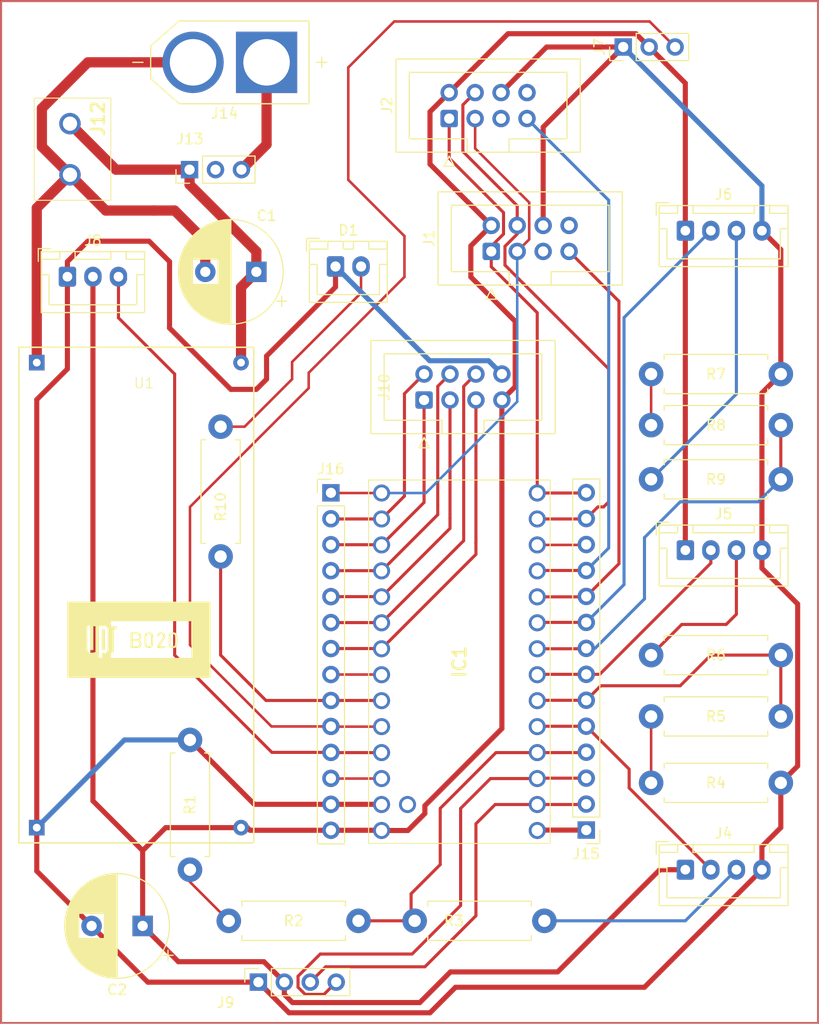
<source format=kicad_pcb>
(kicad_pcb (version 20240108) (generator "pcbnew") (generator_version "8.0")
  (layers (0 "F.Cu" signal) (31 "B.Cu" signal) (34 "B.Paste" user) (35 "F.Paste" user) (36 "B.SilkS" user "B.Silkscreen") (37 "F.SilkS" user "F.Silkscreen") (38 "B.Mask" user) (39 "F.Mask" user) (44 "Edge.Cuts" user))
  (net 0 "")
  (net 1 "-BAT")
  (net 2 "+BAT")
  (net 3 "+5V")
  (net 4 "GND")
  (net 5 "Net-(D1-A)")
  (net 6 "SPI_MOSI")
  (net 7 "SPI_MISO")
  (net 8 "TX")
  (net 9 "SIG_SERVO")
  (net 10 "LEFT")
  (net 11 "SPI_SCK")
  (net 12 "TRIG3")
  (net 13 "RX")
  (net 14 "RIGHT")
  (net 15 "ECHO3")
  (net 16 "TRIG1")
  (net 17 "SPI_SS1")
  (net 18 "SIG_ESC")
  (net 19 "ECHO2")
  (net 20 "SDA")
  (net 21 "LED")
  (net 22 "SCL")
  (net 23 "SPI_SS2")
  (net 24 "TRIG2")
  (net 25 "ECHO1")
  (net 26 "DECREMENT")
  (net 27 "INCREMENT")
  (net 33 "Net-(R1-Pad1)")
  (net 34 "Net-(R4-Pad1)")
  (net 35 "Net-(R7-Pad1)")
  (net 37 "Net-(IC1-20)")
  (net 38 "Net-(IC1-3.3V(250_MA_MAX))")
  (net 39 "Net-(IC1-10)")
  (footprint "Connector_IDC:IDC-Header_2x04_P2.54mm_Vertical" (layer "F.Cu") (at 61.42 59.04 90)
    (property "Reference" "J10" (at 1.27 -3.91 -90) (layer "F.SilkS"))
    (property "Value" "LcdModule")
    (pad "1" thru_hole roundrect (at 0 0 90) (size 1.7 1.7) (drill 1) (layers "*.Cu" "*.Mask") (roundrect_rratio 0.147059) (net 10 "LEFT"))
    (pad "2" thru_hole circle (at 2.54 0 90) (size 1.7 1.7) (drill 1) (layers "*.Cu" "*.Mask") (net 14 "RIGHT"))
    (pad "3" thru_hole circle (at 0 2.54 90) (size 1.7 1.7) (drill 1) (layers "*.Cu" "*.Mask") (net 27 "INCREMENT"))
    (pad "4" thru_hole circle (at 2.54 2.54 90) (size 1.7 1.7) (drill 1) (layers "*.Cu" "*.Mask") (net 26 "DECREMENT"))
    (pad "5" thru_hole circle (at 0 5.08 90) (size 1.7 1.7) (drill 1) (layers "*.Cu" "*.Mask") (net 22 "SCL"))
    (pad "6" thru_hole circle (at 2.54 5.08 90) (size 1.7 1.7) (drill 1) (layers "*.Cu" "*.Mask") (net 20 "SDA"))
    (pad "7" thru_hole circle (at 0 7.62 90) (size 1.7 1.7) (drill 1) (layers "*.Cu" "*.Mask") (net 3 "+5V"))
    (pad "8" thru_hole circle (at 2.54 7.62 90) (size 1.7 1.7) (drill 1) (layers "*.Cu" "*.Mask") (net 4 "GND"))
  )
  (footprint "Resistor_THT:R_Axial_DIN0411_L9.9mm_D3.6mm_P12.70mm_Horizontal" (layer "F.Cu") (at 96.35 84 180)
    (property "Reference" "R6" (at 6.35 0 180) (layer "F.SilkS"))
    (property "Value" "1K")
    (pad "1" thru_hole circle (at 0 0 180) (size 2.4 2.4) (drill 1.2) (layers "*.Cu" "*.Mask") (net 19 "ECHO2"))
    (pad "2" thru_hole oval (at 12.7 0 180) (size 2.4 2.4) (drill 1.2) (layers "*.Cu" "*.Mask") (net 19 "ECHO2"))
  )
  (footprint "Connector_PinHeader_2.54mm:PinHeader_1x14_P2.54mm_Vertical" (layer "F.Cu") (at 77.3 101.12 180)
    (property "Reference" "J15" (at 0 -2.33 180) (layer "F.SilkS"))
    (property "Value" "Exposed Pins")
    (pad "1" thru_hole rect (at 0 0 180) (size 1.7 1.7) (drill 1) (layers "*.Cu" "*.Mask") (net 4 "GND"))
    (pad "2" thru_hole oval (at 0 2.54 180) (size 1.7 1.7) (drill 1) (layers "*.Cu" "*.Mask") (net 13 "RX"))
    (pad "3" thru_hole oval (at 0 5.08 180) (size 1.7 1.7) (drill 1) (layers "*.Cu" "*.Mask") (net 8 "TX"))
    (pad "4" thru_hole oval (at 0 7.62 180) (size 1.7 1.7) (drill 1) (layers "*.Cu" "*.Mask") (net 25 "ECHO1"))
    (pad "5" thru_hole oval (at 0 10.16 180) (size 1.7 1.7) (drill 1) (layers "*.Cu" "*.Mask") (net 16 "TRIG1"))
    (pad "6" thru_hole oval (at 0 12.7 180) (size 1.7 1.7) (drill 1) (layers "*.Cu" "*.Mask") (net 19 "ECHO2"))
    (pad "7" thru_hole oval (at 0 15.24 180) (size 1.7 1.7) (drill 1) (layers "*.Cu" "*.Mask") (net 24 "TRIG2"))
    (pad "8" thru_hole oval (at 0 17.78 180) (size 1.7 1.7) (drill 1) (layers "*.Cu" "*.Mask") (net 15 "ECHO3"))
    (pad "9" thru_hole oval (at 0 20.32 180) (size 1.7 1.7) (drill 1) (layers "*.Cu" "*.Mask") (net 12 "TRIG3"))
    (pad "10" thru_hole oval (at 0 22.86 180) (size 1.7 1.7) (drill 1) (layers "*.Cu" "*.Mask") (net 17 "SPI_SS1"))
    (pad "11" thru_hole oval (at 0 25.4 180) (size 1.7 1.7) (drill 1) (layers "*.Cu" "*.Mask") (net 23 "SPI_SS2"))
    (pad "12" thru_hole oval (at 0 27.94 180) (size 1.7 1.7) (drill 1) (layers "*.Cu" "*.Mask") (net 39 "Net-(IC1-10)"))
    (pad "13" thru_hole oval (at 0 30.48 180) (size 1.7 1.7) (drill 1) (layers "*.Cu" "*.Mask") (net 6 "SPI_MOSI"))
    (pad "14" thru_hole oval (at 0 33.02 180) (size 1.7 1.7) (drill 1) (layers "*.Cu" "*.Mask") (net 7 "SPI_MISO"))
  )
  (footprint "UPT_Logo:upt" (layer "F.Cu") (at 33.5 82.5)
    (property "Reference" "G***" (hide yes))
    (property "Value" "LOGO" (hide yes))
  )
  (footprint "Connector_PinHeader_2.54mm:PinHeader_1x14_P2.54mm_Vertical" (layer "F.Cu") (at 52.3 68.12)
    (property "Reference" "J16" (at 0 -2.33 0) (layer "F.SilkS"))
    (property "Value" "Exposed Pins")
    (pad "1" thru_hole rect (at 0 0) (size 1.7 1.7) (drill 1) (layers "*.Cu" "*.Mask") (net 11 "SPI_SCK"))
    (pad "2" thru_hole oval (at 0 2.54) (size 1.7 1.7) (drill 1) (layers "*.Cu" "*.Mask") (net 14 "RIGHT"))
    (pad "3" thru_hole oval (at 0 5.08) (size 1.7 1.7) (drill 1) (layers "*.Cu" "*.Mask") (net 10 "LEFT"))
    (pad "4" thru_hole oval (at 0 7.62) (size 1.7 1.7) (drill 1) (layers "*.Cu" "*.Mask") (net 26 "DECREMENT"))
    (pad "5" thru_hole oval (at 0 10.16) (size 1.7 1.7) (drill 1) (layers "*.Cu" "*.Mask") (net 27 "INCREMENT"))
    (pad "6" thru_hole oval (at 0 12.7) (size 1.7 1.7) (drill 1) (layers "*.Cu" "*.Mask") (net 20 "SDA"))
    (pad "7" thru_hole oval (at 0 15.24) (size 1.7 1.7) (drill 1) (layers "*.Cu" "*.Mask") (net 22 "SCL"))
    (pad "8" thru_hole oval (at 0 17.78) (size 1.7 1.7) (drill 1) (layers "*.Cu" "*.Mask") (net 37 "Net-(IC1-20)"))
    (pad "9" thru_hole oval (at 0 20.32) (size 1.7 1.7) (drill 1) (layers "*.Cu" "*.Mask") (net 21 "LED"))
    (pad "10" thru_hole oval (at 0 22.86) (size 1.7 1.7) (drill 1) (layers "*.Cu" "*.Mask") (net 9 "SIG_SERVO"))
    (pad "11" thru_hole oval (at 0 25.4) (size 1.7 1.7) (drill 1) (layers "*.Cu" "*.Mask") (net 18 "SIG_ESC"))
    (pad "12" thru_hole oval (at 0 27.94) (size 1.7 1.7) (drill 1) (layers "*.Cu" "*.Mask") (net 38 "Net-(IC1-3.3V(250_MA_MAX))"))
    (pad "13" thru_hole oval (at 0 30.48) (size 1.7 1.7) (drill 1) (layers "*.Cu" "*.Mask") (net 4 "GND"))
    (pad "14" thru_hole oval (at 0 33.02) (size 1.7 1.7) (drill 1) (layers "*.Cu" "*.Mask") (net 3 "+5V"))
  )
  (footprint "Resistor_THT:R_Axial_DIN0411_L9.9mm_D3.6mm_P12.70mm_Horizontal" (layer "F.Cu") (at 83.65 66.8)
    (property "Reference" "R9" (at 6.35 0 0) (layer "F.SilkS"))
    (property "Value" "1k")
    (pad "1" thru_hole circle (at 0 0) (size 2.4 2.4) (drill 1.2) (layers "*.Cu" "*.Mask") (net 15 "ECHO3"))
    (pad "2" thru_hole oval (at 12.7 0) (size 2.4 2.4) (drill 1.2) (layers "*.Cu" "*.Mask") (net 15 "ECHO3"))
  )
  (footprint "XT60-M:AMASS_XT60-M" (layer "F.Cu") (at 42.4 26 180)
    (property "Reference" "J14" (at 0.5 -5 180) (layer "F.SilkS"))
    (property "Value" "XT60-M")
    (pad "N" thru_hole circle (at 3.6 0 180) (size 6 6) (drill 4.55) (layers "*.Cu" "*.Mask") (net 1 "-BAT"))
    (pad "P" thru_hole rect (at -3.6 0 180) (size 6 6) (drill 4.55) (layers "*.Cu" "*.Mask") (net 2 "+BAT"))
  )
  (footprint "MountingHole:MountingHole_3.2mm_M3" (layer "F.Cu") (at 96.5 23.5)
    (property "Reference" "H2" (hide yes))
    (property "Value" "MountingHole")
    (pad "" np_thru_hole circle (at 0 0) (size 3.2 3.2) (drill 3.2) (layers "*.Cu" "*.Mask"))
  )
  (footprint "Connector_IDC:IDC-Header_2x04_P2.54mm_Vertical" (layer "F.Cu") (at 63.88 31.5 90)
    (property "Reference" "J2" (at 1.27 -6.1 -90) (layer "F.SilkS"))
    (property "Value" "Pixy Cam2")
    (pad "1" thru_hole roundrect (at 0 0 90) (size 1.7 1.7) (drill 1) (layers "*.Cu" "*.Mask") (roundrect_rratio 0.147059) (net 7 "SPI_MISO"))
    (pad "2" thru_hole circle (at 2.54 0 90) (size 1.7 1.7) (drill 1) (layers "*.Cu" "*.Mask") (net 3 "+5V"))
    (pad "3" thru_hole circle (at 0 2.54 90) (size 1.7 1.7) (drill 1) (layers "*.Cu" "*.Mask") (net 11 "SPI_SCK"))
    (pad "4" thru_hole circle (at 2.54 2.54 90) (size 1.7 1.7) (drill 1) (layers "*.Cu" "*.Mask") (net 6 "SPI_MOSI"))
    (pad "5" thru_hole circle (at 0 5.08 90) (size 1.7 1.7) (drill 1) (layers "*.Cu" "*.Mask"))
    (pad "6" thru_hole circle (at 2.54 5.08 90) (size 1.7 1.7) (drill 1) (layers "*.Cu" "*.Mask") (net 4 "GND"))
    (pad "7" thru_hole circle (at 0 7.62 90) (size 1.7 1.7) (drill 1) (layers "*.Cu" "*.Mask") (net 23 "SPI_SS2"))
    (pad "8" thru_hole circle (at 2.54 7.62 90) (size 1.7 1.7) (drill 1) (layers "*.Cu" "*.Mask"))
  )
  (footprint "LIB_KF301-2P:KF3012P" (layer "F.Cu") (at 26.75 32 -90)
    (property "Reference" "J12" (at -0.5 -2.75 90) (layer "F.SilkS") (effects (font (size 1.27 1.27) (thickness 0.254))))
    (property "Value" "Screw Conn1" (hide yes))
    (pad "1" thru_hole circle (at 0 0 270) (size 2.1 2.1) (drill 1.4) (layers "*.Cu" "*.Mask") (net 2 "+BAT"))
    (pad "2" thru_hole circle (at 5 0 270) (size 2.1 2.1) (drill 1.4) (layers "*.Cu" "*.Mask") (net 1 "-BAT"))
  )
  (footprint "Connector_JST:JST_XH_B4B-XH-A_1x04_P2.50mm_Vertical" (layer "F.Cu") (at 87 42.475)
    (property "Reference" "J6" (at 3.75 -3.55 0) (layer "F.SilkS"))
    (property "Value" "HC-SR04")
    (pad "1" thru_hole roundrect (at 0 0) (size 1.7 1.95) (drill 0.95) (layers "*.Cu" "*.Mask") (roundrect_rratio 0.147059) (net 3 "+5V"))
    (pad "2" thru_hole oval (at 2.5 0) (size 1.7 1.95) (drill 0.95) (layers "*.Cu" "*.Mask") (net 12 "TRIG3"))
    (pad "3" thru_hole oval (at 5 0) (size 1.7 1.95) (drill 0.95) (layers "*.Cu" "*.Mask") (net 15 "ECHO3"))
    (pad "4" thru_hole oval (at 7.5 0) (size 1.7 1.95) (drill 0.95) (layers "*.Cu" "*.Mask") (net 4 "GND"))
  )
  (footprint "Capacitor_THT:CP_Radial_D10.0mm_P5.00mm" (layer "F.Cu") (at 45 46.5 180)
    (property "Reference" "C1" (at -1 5.5 180) (layer "F.SilkS"))
    (property "Value" "~")
    (pad "1" thru_hole rect (at 0 0 180) (size 2 2) (drill 1) (layers "*.Cu" "*.Mask") (net 2 "+BAT"))
    (pad "2" thru_hole circle (at 5 0 180) (size 2 2) (drill 1) (layers "*.Cu" "*.Mask") (net 1 "-BAT"))
  )
  (footprint "LIB_TEENSY_4.0:TEENSY40_1" (layer "F.Cu") (at 72.5 101.16 90)
    (property "Reference" "IC1" (at 16.51 -7.62 -90) (layer "F.SilkS") (effects (font (size 1.27 1.27) (thickness 0.254))))
    (property "Value" "TEENSY_4.0" (hide yes))
    (pad "1" thru_hole circle (at 0 0 90) (size 1.665 1.665) (drill 1.11) (layers "*.Cu" "*.Mask") (net 4 "GND"))
    (pad "2" thru_hole circle (at 2.54 0 90) (size 1.665 1.665) (drill 1.11) (layers "*.Cu" "*.Mask") (net 13 "RX"))
    (pad "3" thru_hole circle (at 5.08 0 90) (size 1.665 1.665) (drill 1.11) (layers "*.Cu" "*.Mask") (net 8 "TX"))
    (pad "4" thru_hole circle (at 7.62 0 90) (size 1.665 1.665) (drill 1.11) (layers "*.Cu" "*.Mask") (net 25 "ECHO1"))
    (pad "5" thru_hole circle (at 10.16 0 90) (size 1.665 1.665) (drill 1.11) (layers "*.Cu" "*.Mask") (net 16 "TRIG1"))
    (pad "6" thru_hole circle (at 12.7 0 90) (size 1.665 1.665) (drill 1.11) (layers "*.Cu" "*.Mask") (net 19 "ECHO2"))
    (pad "7" thru_hole circle (at 15.24 0 90) (size 1.665 1.665) (drill 1.11) (layers "*.Cu" "*.Mask") (net 24 "TRIG2"))
    (pad "8" thru_hole circle (at 17.78 0 90) (size 1.665 1.665) (drill 1.11) (layers "*.Cu" "*.Mask") (net 15 "ECHO3"))
    (pad "9" thru_hole circle (at 20.32 0 90) (size 1.665 1.665) (drill 1.11) (layers "*.Cu" "*.Mask") (net 12 "TRIG3"))
    (pad "10" thru_hole circle (at 22.86 0 90) (size 1.665 1.665) (drill 1.11) (layers "*.Cu" "*.Mask") (net 17 "SPI_SS1"))
    (pad "11" thru_hole circle (at 25.4 0 90) (size 1.665 1.665) (drill 1.11) (layers "*.Cu" "*.Mask") (net 23 "SPI_SS2"))
    (pad "12" thru_hole circle (at 27.94 0 90) (size 1.665 1.665) (drill 1.11) (layers "*.Cu" "*.Mask") (net 39 "Net-(IC1-10)"))
    (pad "13" thru_hole circle (at 30.48 0 90) (size 1.665 1.665) (drill 1.11) (layers "*.Cu" "*.Mask") (net 6 "SPI_MOSI"))
    (pad "14" thru_hole circle (at 33.02 0 90) (size 1.665 1.665) (drill 1.11) (layers "*.Cu" "*.Mask") (net 7 "SPI_MISO"))
    (pad "20" thru_hole circle (at 33.02 -15.24 90) (size 1.665 1.665) (drill 1.11) (layers "*.Cu" "*.Mask") (net 11 "SPI_SCK"))
    (pad "21" thru_hole circle (at 30.48 -15.24 90) (size 1.665 1.665) (drill 1.11) (layers "*.Cu" "*.Mask") (net 14 "RIGHT"))
    (pad "22" thru_hole circle (at 27.94 -15.24 90) (size 1.665 1.665) (drill 1.11) (layers "*.Cu" "*.Mask") (net 10 "LEFT"))
    (pad "23" thru_hole circle (at 25.4 -15.24 90) (size 1.665 1.665) (drill 1.11) (layers "*.Cu" "*.Mask") (net 26 "DECREMENT"))
    (pad "24" thru_hole circle (at 22.86 -15.24 90) (size 1.665 1.665) (drill 1.11) (layers "*.Cu" "*.Mask") (net 27 "INCREMENT"))
    (pad "25" thru_hole circle (at 20.32 -15.24 90) (size 1.665 1.665) (drill 1.11) (layers "*.Cu" "*.Mask") (net 20 "SDA"))
    (pad "26" thru_hole circle (at 17.78 -15.24 90) (size 1.665 1.665) (drill 1.11) (layers "*.Cu" "*.Mask") (net 22 "SCL"))
    (pad "27" thru_hole circle (at 15.24 -15.24 90) (size 1.665 1.665) (drill 1.11) (layers "*.Cu" "*.Mask") (net 37 "Net-(IC1-20)"))
    (pad "28" thru_hole circle (at 12.7 -15.24 90) (size 1.665 1.665) (drill 1.11) (layers "*.Cu" "*.Mask") (net 21 "LED"))
    (pad "29" thru_hole circle (at 10.16 -15.24 90) (size 1.665 1.665) (drill 1.11) (layers "*.Cu" "*.Mask") (net 9 "SIG_SERVO"))
    (pad "30" thru_hole circle (at 7.62 -15.24 90) (size 1.665 1.665) (drill 1.11) (layers "*.Cu" "*.Mask") (net 18 "SIG_ESC"))
    (pad "31" thru_hole circle (at 5.08 -15.24 90) (size 1.665 1.665) (drill 1.11) (layers "*.Cu" "*.Mask") (net 38 "Net-(IC1-3.3V(250_MA_MAX))"))
    (pad "32" thru_hole circle (at 2.54 -15.24 90) (size 1.665 1.665) (drill 1.11) (layers "*.Cu" "*.Mask") (net 4 "GND"))
    (pad "33" thru_hole circle (at 0 -15.24 90) (size 1.665 1.665) (drill 1.11) (layers "*.Cu" "*.Mask") (net 3 "+5V"))
    (pad "34" thru_hole circle (at 2.54 -12.7 90) (size 1.665 1.665) (drill 1.11) (layers "*.Cu" "*.Mask"))
  )
  (footprint "MountingHole:MountingHole_3.2mm_M3" (layer "F.Cu") (at 96.5 116.5)
    (property "Reference" "H4" (hide yes))
    (property "Value" "MountingHole")
    (pad "" np_thru_hole circle (at 0 0) (size 3.2 3.2) (drill 3.2) (layers "*.Cu" "*.Mask"))
  )
  (footprint "MountingHole:MountingHole_3.2mm_M3" (layer "F.Cu") (at 23.5 23.5)
    (property "Reference" "H1" (hide yes))
    (property "Value" "MountingHole")
    (pad "" np_thru_hole circle (at 0 0) (size 3.2 3.2) (drill 3.2) (layers "*.Cu" "*.Mask"))
  )
  (footprint "Connector_PinHeader_2.54mm:PinHeader_1x03_P2.54mm_Vertical" (layer "F.Cu") (at 38.46 36.5 90)
    (property "Reference" "J13" (at 3 0.04 0) (layer "F.SilkS"))
    (property "Value" "On/Off Switch")
    (pad "1" thru_hole rect (at 0 0 90) (size 1.7 1.7) (drill 1) (layers "*.Cu" "*.Mask") (net 2 "+BAT"))
    (pad "2" thru_hole oval (at 0 2.54 90) (size 1.7 1.7) (drill 1) (layers "*.Cu" "*.Mask"))
    (pad "3" thru_hole oval (at 0 5.08 90) (size 1.7 1.7) (drill 1) (layers "*.Cu" "*.Mask") (net 2 "+BAT"))
  )
  (footprint "Resistor_THT:R_Axial_DIN0411_L9.9mm_D3.6mm_P12.70mm_Horizontal" (layer "F.Cu") (at 96.35 61.5 180)
    (property "Reference" "R8" (at 6.35 0 180) (layer "F.SilkS"))
    (property "Value" "1k")
    (pad "1" thru_hole circle (at 0 0 180) (size 2.4 2.4) (drill 1.2) (layers "*.Cu" "*.Mask") (net 15 "ECHO3"))
    (pad "2" thru_hole oval (at 12.7 0 180) (size 2.4 2.4) (drill 1.2) (layers "*.Cu" "*.Mask") (net 35 "Net-(R7-Pad1)"))
  )
  (footprint "Resistor_THT:R_Axial_DIN0411_L9.9mm_D3.6mm_P12.70mm_Horizontal" (layer "F.Cu") (at 96.35 90 180)
    (property "Reference" "R5" (at 6.35 0 180) (layer "F.SilkS"))
    (property "Value" "1k")
    (pad "1" thru_hole circle (at 0 0 180) (size 2.4 2.4) (drill 1.2) (layers "*.Cu" "*.Mask") (net 19 "ECHO2"))
    (pad "2" thru_hole oval (at 12.7 0 180) (size 2.4 2.4) (drill 1.2) (layers "*.Cu" "*.Mask") (net 34 "Net-(R4-Pad1)"))
  )
  (footprint "Connector_JST:JST_XH_B2B-XH-A_1x02_P2.50mm_Vertical" (layer "F.Cu") (at 52.75 45.975)
    (property "Reference" "D1" (at 1.25 -3.55 0) (layer "F.SilkS"))
    (property "Value" "LED")
    (pad "1" thru_hole roundrect (at 0 0) (size 1.7 2) (drill 1) (layers "*.Cu" "*.Mask") (roundrect_rratio 0.147059) (net 4 "GND"))
    (pad "2" thru_hole oval (at 2.5 0) (size 1.7 2) (drill 1) (layers "*.Cu" "*.Mask") (net 5 "Net-(D1-A)"))
  )
  (footprint "Connector_JST:JST_XH_B4B-XH-A_1x04_P2.50mm_Vertical" (layer "F.Cu") (at 87 105)
    (property "Reference" "J4" (at 3.75 -3.55 0) (layer "F.SilkS"))
    (property "Value" "HC-SR04")
    (pad "1" thru_hole roundrect (at 0 0) (size 1.7 1.95) (drill 0.95) (layers "*.Cu" "*.Mask") (roundrect_rratio 0.147059) (net 3 "+5V"))
    (pad "2" thru_hole oval (at 2.5 0) (size 1.7 1.95) (drill 0.95) (layers "*.Cu" "*.Mask") (net 16 "TRIG1"))
    (pad "3" thru_hole oval (at 5 0) (size 1.7 1.95) (drill 0.95) (layers "*.Cu" "*.Mask") (net 25 "ECHO1"))
    (pad "4" thru_hole oval (at 7.5 0) (size 1.7 1.95) (drill 0.95) (layers "*.Cu" "*.Mask") (net 4 "GND"))
  )
  (footprint "Resistor_THT:R_Axial_DIN0411_L9.9mm_D3.6mm_P12.70mm_Horizontal" (layer "F.Cu") (at 83.65 56.5)
    (property "Reference" "R7" (at 6.35 0 0) (layer "F.SilkS"))
    (property "Value" "1k")
    (pad "1" thru_hole circle (at 0 0) (size 2.4 2.4) (drill 1.2) (layers "*.Cu" "*.Mask") (net 35 "Net-(R7-Pad1)"))
    (pad "2" thru_hole oval (at 12.7 0) (size 2.4 2.4) (drill 1.2) (layers "*.Cu" "*.Mask") (net 4 "GND"))
  )
  (footprint "MountingHole:MountingHole_3.2mm_M3" (layer "F.Cu") (at 23.5 116.5)
    (property "Reference" "H3" (hide yes))
    (property "Value" "MountingHole")
    (pad "" np_thru_hole circle (at 0 0) (size 3.2 3.2) (drill 3.2) (layers "*.Cu" "*.Mask"))
  )
  (footprint "DC_DC_StepUp_THT:XL6009" (layer "F.Cu") (at 22 53.881)
    (property "Reference" "U1" (at 12 3.5 0) (layer "F.SilkS") (effects (font (thickness 0.1))))
    (property "Value" "~")
    (pad "1" thru_hole circle (at 21.5 1.5) (size 1.524 1.524) (drill 0.762) (layers "*.Cu" "*.Mask") (net 2 "+BAT"))
    (pad "2" thru_hole rect (at 1.5 1.5) (size 1.524 1.524) (drill 0.762) (layers "*.Cu" "*.Mask") (net 1 "-BAT"))
    (pad "3" thru_hole oval (at 21.5 47) (size 1.524 1.524) (drill 0.762) (layers "*.Cu" "*.Mask") (net 3 "+5V"))
    (pad "4" thru_hole rect (at 1.5 47) (size 1.524 1.524) (drill 0.762) (layers "*.Cu" "*.Mask") (net 4 "GND"))
  )
  (footprint "Resistor_THT:R_Axial_DIN0411_L9.9mm_D3.6mm_P12.70mm_Horizontal" (layer "F.Cu") (at 55 110 180)
    (property "Reference" "R2" (at 6.35 0 180) (layer "F.SilkS"))
    (property "Value" "1k")
    (pad "1" thru_hole circle (at 0 0 180) (size 2.4 2.4) (drill 1.2) (layers "*.Cu" "*.Mask") (net 25 "ECHO1"))
    (pad "2" thru_hole oval (at 12.7 0 180) (size 2.4 2.4) (drill 1.2) (layers "*.Cu" "*.Mask") (net 33 "Net-(R1-Pad1)"))
  )
  (footprint "Resistor_THT:R_Axial_DIN0411_L9.9mm_D3.6mm_P12.70mm_Horizontal" (layer "F.Cu") (at 38.5 105 90)
    (property "Reference" "R1" (at 6.35 0 -90) (layer "F.SilkS"))
    (property "Value" "1k")
    (pad "1" thru_hole circle (at 0 0 90) (size 2.4 2.4) (drill 1.2) (layers "*.Cu" "*.Mask") (net 33 "Net-(R1-Pad1)"))
    (pad "2" thru_hole oval (at 12.7 0 90) (size 2.4 2.4) (drill 1.2) (layers "*.Cu" "*.Mask") (net 4 "GND"))
  )
  (footprint "Connector_PinSocket_2.54mm:PinSocket_1x04_P2.54mm_Vertical" (layer "F.Cu") (at 45.2 116 90)
    (property "Reference" "J9" (at -2 -3.2 0) (layer "F.SilkS"))
    (property "Value" "ESP8266")
    (pad "1" thru_hole rect (at 0 0 90) (size 1.7 1.7) (drill 1) (layers "*.Cu" "*.Mask") (net 4 "GND"))
    (pad "2" thru_hole oval (at 0 2.54 90) (size 1.7 1.7) (drill 1) (layers "*.Cu" "*.Mask") (net 3 "+5V"))
    (pad "3" thru_hole oval (at 0 5.08 90) (size 1.7 1.7) (drill 1) (layers "*.Cu" "*.Mask") (net 13 "RX"))
    (pad "4" thru_hole oval (at 0 7.62 90) (size 1.7 1.7) (drill 1) (layers "*.Cu" "*.Mask") (net 8 "TX"))
  )
  (footprint "Resistor_THT:R_Axial_DIN0411_L9.9mm_D3.6mm_P12.70mm_Horizontal" (layer "F.Cu") (at 60.5 110)
    (property "Reference" "R3" (at 3.85 0 360) (layer "F.SilkS"))
    (property "Value" "1k")
    (pad "1" thru_hole circle (at 0 0) (size 2.4 2.4) (drill 1.2) (layers "*.Cu" "*.Mask") (net 25 "ECHO1"))
    (pad "2" thru_hole oval (at 12.7 0) (size 2.4 2.4) (drill 1.2) (layers "*.Cu" "*.Mask") (net 25 "ECHO1"))
  )
  (footprint "Connector_JST:JST_XH_B4B-XH-A_1x04_P2.50mm_Vertical" (layer "F.Cu") (at 87 73.7375)
    (property "Reference" "J5" (at 3.75 -3.55 0) (layer "F.SilkS"))
    (property "Value" "HC-SR04")
    (pad "1" thru_hole roundrect (at 0 0) (size 1.7 1.95) (drill 0.95) (layers "*.Cu" "*.Mask") (roundrect_rratio 0.147059) (net 3 "+5V"))
    (pad "2" thru_hole oval (at 2.5 0) (size 1.7 1.95) (drill 0.95) (layers "*.Cu" "*.Mask") (net 24 "TRIG2"))
    (pad "3" thru_hole oval (at 5 0) (size 1.7 1.95) (drill 0.95) (layers "*.Cu" "*.Mask") (net 19 "ECHO2"))
    (pad "4" thru_hole oval (at 7.5 0) (size 1.7 1.95) (drill 0.95) (layers "*.Cu" "*.Mask") (net 4 "GND"))
  )
  (footprint "Capacitor_THT:CP_Radial_D10.0mm_P5.00mm" (layer "F.Cu") (at 33.867677 110.5 180)
    (property "Reference" "C2" (at 2.5 -6.25 180) (layer "F.SilkS"))
    (property "Value" "~")
    (pad "1" thru_hole rect (at 0 0 180) (size 2 2) (drill 1) (layers "*.Cu" "*.Mask") (net 3 "+5V"))
    (pad "2" thru_hole circle (at 5 0 180) (size 2 2) (drill 1) (layers "*.Cu" "*.Mask") (net 4 "GND"))
  )
  (footprint "Connector_PinHeader_2.54mm:PinHeader_1x03_P2.54mm_Vertical" (layer "F.Cu") (at 80.92 24.5 90)
    (property "Reference" "J7" (at 0 -2.33 -90) (layer "F.SilkS"))
    (property "Value" "Servo")
    (pad "1" thru_hole rect (at 0 0 90) (size 1.7 1.7) (drill 1) (layers "*.Cu" "*.Mask") (net 4 "GND"))
    (pad "2" thru_hole oval (at 0 2.54 90) (size 1.7 1.7) (drill 1) (layers "*.Cu" "*.Mask") (net 3 "+5V"))
    (pad "3" thru_hole oval (at 0 5.08 90) (size 1.7 1.7) (drill 1) (layers "*.Cu" "*.Mask") (net 9 "SIG_SERVO"))
  )
  (footprint "Connector_JST:JST_XH_B3B-XH-A_1x03_P2.50mm_Vertical" (layer "F.Cu") (at 26.5 46.975)
    (property "Reference" "J8" (at 2.5 -3.55 0) (layer "F.SilkS"))
    (property "Value" "ESC")
    (pad "1" thru_hole roundrect (at 0 0) (size 1.7 1.95) (drill 0.95) (layers "*.Cu" "*.Mask") (roundrect_rratio 0.147059) (net 4 "GND"))
    (pad "2" thru_hole oval (at 2.5 0) (size 1.7 1.95) (drill 0.95) (layers "*.Cu" "*.Mask") (net 3 "+5V"))
    (pad "3" thru_hole oval (at 5 0) (size 1.7 1.95) (drill 0.95) (layers "*.Cu" "*.Mask") (net 18 "SIG_ESC"))
  )
  (footprint "Connector_IDC:IDC-Header_2x04_P2.54mm_Vertical" (layer "F.Cu") (at 68 44.5 90)
    (property "Reference" "J1" (at 1.27 -6.1 -90) (layer "F.SilkS"))
    (property "Value" "Pixy Cam1")
    (pad "1" thru_hole roundrect (at 0 0 90) (size 1.7 1.7) (drill 1) (layers "*.Cu" "*.Mask") (roundrect_rratio 0.147059) (net 7 "SPI_MISO"))
    (pad "2" thru_hole circle (at 2.54 0 90) (size 1.7 1.7) (drill 1) (layers "*.Cu" "*.Mask") (net 3 "+5V"))
    (pad "3" thru_hole circle (at 0 2.54 90) (size 1.7 1.7) (drill 1) (layers "*.Cu" "*.Mask") (net 11 "SPI_SCK"))
    (pad "4" thru_hole circle (at 2.54 2.54 90) (size 1.7 1.7) (drill 1) (layers "*.Cu" "*.Mask") (net 6 "SPI_MOSI"))
    (pad "5" thru_hole circle (at 0 5.08 90) (size 1.7 1.7) (drill 1) (layers "*.Cu" "*.Mask"))
    (pad "6" thru_hole circle (at 2.54 5.08 90) (size 1.7 1.7) (drill 1) (layers "*.Cu" "*.Mask") (net 4 "GND"))
    (pad "7" thru_hole circle (at 0 7.62 90) (size 1.7 1.7) (drill 1) (layers "*.Cu" "*.Mask") (net 17 "SPI_SS1"))
    (pad "8" thru_hole circle (at 2.54 7.62 90) (size 1.7 1.7) (drill 1) (layers "*.Cu" "*.Mask"))
  )
  (footprint "Resistor_THT:R_Axial_DIN0411_L9.9mm_D3.6mm_P12.70mm_Horizontal" (layer "F.Cu") (at 41.5 74.35 90)
    (property "Reference" "R10" (at 4.85 0 -90) (layer "F.SilkS"))
    (property "Value" "100")
    (pad "1" thru_hole circle (at 0 0 90) (size 2.4 2.4) (drill 1.2) (layers "*.Cu" "*.Mask") (net 21 "LED"))
    (pad "2" thru_hole oval (at 12.7 0 90) (size 2.4 2.4) (drill 1.2) (layers "*.Cu" "*.Mask") (net 5 "Net-(D1-A)"))
  )
  (footprint "Resistor_THT:R_Axial_DIN0411_L9.9mm_D3.6mm_P12.70mm_Horizontal" (layer "F.Cu") (at 83.65 96.5)
    (property "Reference" "R4" (at 6.35 0 0) (layer "F.SilkS"))
    (property "Value" "1k")
    (pad "1" thru_hole circle (at 0 0) (size 2.4 2.4) (drill 1.2) (layers "*.Cu" "*.Mask") (net 34 "Net-(R4-Pad1)"))
    (pad "2" thru_hole oval (at 12.7 0) (size 2.4 2.4) (drill 1.2) (layers "*.Cu" "*.Mask") (net 4 "GND"))
  )
  (gr_rect (start 20 20) (end 100 120) (stroke (width 0.2)) (fill none) (layer "F.Cu") (net 4))
  (gr_rect (start 20 20) (end 100 120) (stroke (width 0.05)) (fill none) (layer "Edge.Cuts"))
  (segment (start 37 40.5) (end 35 40.5) (width 1) (layer "F.Cu") (net 1))
  (segment (start 40 46.5) (end 40 43.5) (width 1) (layer "F.Cu") (net 1))
  (segment (start 28.5 26) (end 24 30.5) (width 1) (layer "F.Cu") (net 1))
  (segment (start 38.8 26) (end 28.5 26) (width 1) (layer "F.Cu") (net 1))
  (segment (start 35 40.5) (end 30.25 40.5) (width 1) (layer "F.Cu") (net 1))
  (segment (start 24 30.5) (end 24 34.25) (width 1) (layer "F.Cu") (net 1))
  (segment (start 26.75 37) (end 23.5 40.25) (width 1) (layer "F.Cu") (net 1))
  (segment (start 24 34.25) (end 26.75 37) (width 1) (layer "F.Cu") (net 1))
  (segment (start 40 43.5) (end 37 40.5) (width 1) (layer "F.Cu") (net 1))
  (segment (start 30.25 40.5) (end 26.75 37) (width 1) (layer "F.Cu") (net 1))
  (segment (start 23.5 40.25) (end 23.5 55.381) (width 1) (layer "F.Cu") (net 1))
  (segment (start 43.54 36.5) (end 46 34.04) (width 1) (layer "F.Cu") (net 2))
  (segment (start 43.5 55.381) (end 43.5 48) (width 1) (layer "F.Cu") (net 2))
  (segment (start 43.5 48) (end 45 46.5) (width 1) (layer "F.Cu") (net 2))
  (segment (start 38.46 36.5) (end 31.25 36.5) (width 1) (layer "F.Cu") (net 2))
  (segment (start 31.25 36.5) (end 26.75 32) (width 1) (layer "F.Cu") (net 2))
  (segment (start 38.46 36.5) (end 38.46 37.96) (width 1) (layer "F.Cu") (net 2))
  (segment (start 45 44.5) (end 45 46.5) (width 1) (layer "F.Cu") (net 2))
  (segment (start 46 34.04) (end 46 26) (width 1) (layer "F.Cu") (net 2))
  (segment (start 38.46 37.96) (end 45 44.5) (width 1) (layer "F.Cu") (net 2))
  (segment (start 57.24 101.14) (end 57.26 101.16) (width 0.5) (layer "F.Cu") (net 3))
  (segment (start 82.16 23.2) (end 69.64 23.2) (width 0.5) (layer "F.Cu") (net 3))
  (segment (start 36.119 100.881) (end 43.5 100.881) (width 0.5) (layer "F.Cu") (net 3))
  (segment (start 70.34 51.34) (end 66 47) (width 0.5) (layer "F.Cu") (net 3))
  (segment (start 83.46 24.5) (end 82.16 23.2) (width 0.5) (layer "F.Cu") (net 3))
  (segment (start 43.5 100.881) (end 44.119 100.881) (width 0.5) (layer "F.Cu") (net 3))
  (segment (start 84.5 105) (end 87 105) (width 0.5) (layer "F.Cu") (net 3))
  (segment (start 29 98.264646) (end 33.867677 103.132323) (width 0.5) (layer "F.Cu") (net 3))
  (segment (start 44.119 100.881) (end 44.378 101.14) (width 0.5) (layer "F.Cu") (net 3))
  (segment (start 61.5 98.733729) (end 61.5 99.5) (width 0.5) (layer "F.Cu") (net 3))
  (segment (start 69.04 91.193729) (end 61.5 98.733729) (width 0.5) (layer "F.Cu") (net 3))
  (segment (start 87.5 43) (end 87 42.5) (width 0.5) (layer "F.Cu") (net 3))
  (segment (start 62 30.84) (end 63.88 28.96) (width 0.5) (layer "F.Cu") (net 3))
  (segment (start 87 28.04) (end 83.46 24.5) (width 0.5) (layer "F.Cu") (net 3))
  (segment (start 87 42.475) (end 87 28.04) (width 0.5) (layer "F.Cu") (net 3))
  (segment (start 87 42.475) (end 87 73.7375) (width 0.5) (layer "F.Cu") (net 3))
  (segment (start 69.04 59.04) (end 70.34 57.74) (width 0.5) (layer "F.Cu") (net 3))
  (segment (start 47.74 117.202081) (end 48.537919 118) (width 0.5) (layer "F.Cu") (net 3))
  (segment (start 64 115) (end 74.5 115) (width 0.5) (layer "F.Cu") (net 3))
  (segment (start 52.3 101.14) (end 57.24 101.14) (width 0.5) (layer "F.Cu") (net 3))
  (segment (start 69.64 23.2) (end 63.88 28.96) (width 0.5) (layer "F.Cu") (net 3))
  (segment (start 70.34 57.74) (end 70.34 51.34) (width 0.5) (layer "F.Cu") (net 3))
  (segment (start 61 118) (end 64 115) (width 0.5) (layer "F.Cu") (net 3))
  (segment (start 33.867677 103.132323) (end 36.119 100.881) (width 0.5) (layer "F.Cu") (net 3))
  (segment (start 29 46.975) (end 29 98.264646) (width 0.5) (layer "F.Cu") (net 3))
  (segment (start 47.74 116) (end 47.74 117.202081) (width 0.5) (layer "F.Cu") (net 3))
  (segment (start 44.378 101.14) (end 52.3 101.14) (width 0.5) (layer "F.Cu") (net 3))
  (segment (start 37.367677 114) (end 33.867677 110.5) (width 0.5) (layer "F.Cu") (net 3))
  (segment (start 48.537919 118) (end 61 118) (width 0.5) (layer "F.Cu") (net 3))
  (segment (start 59.84 101.16) (end 61.5 99.5) (width 0.5) (layer "F.Cu") (net 3))
  (segment (start 33.867677 110.5) (end 33.867677 103.132323) (width 0.5) (layer "F.Cu") (net 3))
  (segment (start 66 43.96) (end 68 41.96) (width 0.5) (layer "F.Cu") (net 3))
  (segment (start 68 41.96) (end 62 35.96) (width 0.5) (layer "F.Cu") (net 3))
  (segment (start 45.74 114) (end 37.367677 114) (width 0.5) (layer "F.Cu") (net 3))
  (segment (start 69.04 59.04) (end 69.04 91.193729) (width 0.5) (layer "F.Cu") (net 3))
  (segment (start 62 35.96) (end 62 30.84) (width 0.5) (layer "F.Cu") (net 3))
  (segment (start 57.26 101.16) (end 59.84 101.16) (width 0.5) (layer "F.Cu") (net 3))
  (segment (start 66 47) (end 66 43.96) (width 0.5) (layer "F.Cu") (net 3))
  (segment (start 74.5 115) (end 84.5 105) (width 0.5) (layer "F.Cu") (net 3))
  (segment (start 47.74 116) (end 45.74 114) (width 0.5) (layer "F.Cu") (net 3))
  (segment (start 45 58) (end 42.5 58) (width 0.5) (layer "F.Cu") (net 4))
  (segment (start 94.5 75.5) (end 98 79) (width 0.5) (layer "F.Cu") (net 4))
  (segment (start 52.3 98.6) (end 57.24 98.6) (width 0.5) (layer "F.Cu") (net 4))
  (segment (start 57.24 98.6) (end 57.26 98.62) (width 0.5) (layer "F.Cu") (net 4))
  (segment (start 98 94.85) (end 96.35 96.5) (width 0.5) (layer "F.Cu") (net 4))
  (segment (start 52.75 47.986449) (end 46 54.736449) (width 0.5) (layer "F.Cu") (net 4))
  (segment (start 73.08 41.96) (end 73.08 32.34) (width 0.5) (layer "F.Cu") (net 4))
  (segment (start 64.5 116.5) (end 83 116.5) (width 0.5) (layer "F.Cu") (net 4))
  (segment (start 94.5 58.35) (end 96.35 56.5) (width 0.5) (layer "F.Cu") (net 4))
  (segment (start 42.5 58) (end 36.5 52) (width 0.5) (layer "F.Cu") (net 4))
  (segment (start 96.35 56.5) (end 96.35 44.325) (width 0.5) (layer "F.Cu") (net 4))
  (segment (start 94.5 73.7375) (end 94.5 75.5) (width 0.5) (layer "F.Cu") (net 4))
  (segment (start 52.75 45.975) (end 52.75 47.986449) (width 0.5) (layer "F.Cu") (net 4))
  (segment (start 23.5 59) (end 23.5 100.881) (width 0.5) (layer "F.Cu") (net 4))
  (segment (start 26.5 46.975) (end 26.5 56) (width 0.5) (layer "F.Cu") (net 4))
  (segment (start 45.2 116) (end 48.2 119) (width 0.5) (layer "F.Cu") (net 4))
  (segment (start 34.5 43.5) (end 28.5 43.5) (width 0.5) (layer "F.Cu") (net 4))
  (segment (start 80.92 24.5) (end 73.42 24.5) (width 0.5) (layer "F.Cu") (net 4))
  (segment (start 23.5 105.132323) (end 23.5 100.881) (width 0.5) (layer "F.Cu") (net 4))
  (segment (start 77.3 101.12) (end 72.54 101.12) (width 0.5) (layer "F.Cu") (net 4))
  (segment (start 34.367677 116) (end 28.867677 110.5) (width 0.5) (layer "F.Cu") (net 4))
  (segment (start 46 54.736449) (end 46 57) (width 0.5) (layer "F.Cu") (net 4))
  (segment (start 52.3 98.6) (end 44.8 98.6) (width 0.5) (layer "F.Cu") (net 4))
  (segment (start 46 57) (end 45 58) (width 0.5) (layer "F.Cu") (net 4))
  (segment (start 62 119) (end 64.5 116.5) (width 0.5) (layer "F.Cu") (net 4))
  (segment (start 26.5 56) (end 23.5 59) (width 0.5) (layer "F.Cu") (net 4))
  (segment (start 98 79) (end 98 94.85) (width 0.5) (layer "F.Cu") (net 4))
  (segment (start 94.5 73.7375) (end 94.5 58.35) (width 0.5) (layer "F.Cu") (net 4))
  (segment (start 36.5 45.5) (end 34.5 43.5) (width 0.5) (layer "F.Cu") (net 4))
  (segment (start 94.5 105) (end 94.5 102.725) (width 0.5) (layer "F.Cu") (net 4))
  (segment (start 28.867677 110.5) (end 23.5 105.132323) (width 0.5) (layer "F.Cu") (net 4))
  (segment (start 72.54 101.12) (end 72.5 101.16) (width 0.5) (layer "F.Cu") (net 4))
  (segment (start 96.35 96.5) (end 96.35 100.875) (width 0.5) (layer "F.Cu") (net 4))
  (segment (start 73.08 32.34) (end 80.92 24.5) (width 0.5) (layer "F.Cu") (net 4))
  (segment (start 83 116.5) (end 94.5 105) (width 0.5) (layer "F.Cu") (net 4))
  (segment (start 73.42 24.5) (end 68.96 28.96) (width 0.5) (layer "F.Cu") (net 4))
  (segment (start 28.5 43.5) (end 26.5 45.5) (width 0.5) (layer "F.Cu") (net 4))
  (segment (start 36.5 52) (end 36.5 45.5) (width 0.5) (layer "F.Cu") (net 4))
  (segment (start 26.5 45.5) (end 26.5 46.975) (width 0.5) (layer "F.Cu") (net 4))
  (segment (start 45.2 116) (end 34.367677 116) (width 0.5) (layer "F.Cu") (net 4))
  (segment (start 48.2 119) (end 62 119) (width 0.5) (layer "F.Cu") (net 4))
  (segment (start 44.8 98.6) (end 38.5 92.3) (width 0.5) (layer "F.Cu") (net 4))
  (segment (start 94.5 102.725) (end 96.35 100.875) (width 0.5) (layer "F.Cu") (net 4))
  (segment (start 96.35 44.325) (end 94.5 42.475) (width 0.5) (layer "F.Cu") (net 4))
  (segment (start 38.5 92.3) (end 32.081 92.3) (width 0.5) (layer "B.Cu") (net 4))
  (segment (start 94.5 42.475) (end 94.5 38.08) (width 0.5) (layer "B.Cu") (net 4))
  (segment (start 32.081 92.3) (end 23.5 100.881) (width 0.5) (layer "B.Cu") (net 4))
  (segment (start 52.75 45.975) (end 61.975 55.2) (width 0.5) (layer "B.Cu") (net 4))
  (segment (start 61.975 55.2) (end 67.74 55.2) (width 0.5) (layer "B.Cu") (net 4))
  (segment (start 67.74 55.2) (end 69.04 56.5) (width 0.5) (layer "B.Cu") (net 4))
  (segment (start 94.5 38.08) (end 80.92 24.5) (width 0.5) (layer "B.Cu") (net 4))
  (segment (start 43.85 61.65) (end 48.5 57) (width 0.25) (layer "F.Cu") (net 5))
  (segment (start 55.25 48.563173) (end 48.5 55.313173) (width 0.25) (layer "F.Cu") (net 5))
  (segment (start 41.5 61.65) (end 43.85 61.65) (width 0.25) (layer "F.Cu") (net 5))
  (segment (start 55.25 45.975) (end 55.25 48.563173) (width 0.25) (layer "F.Cu") (net 5))
  (segment (start 48.5 55.313173) (end 48.5 57) (width 0.25) (layer "F.Cu") (net 5))
  (segment (start 65.22 34.72) (end 65.22 30.16) (width 0.3) (layer "F.Cu") (net 6))
  (segment (start 70.54 42.802943) (end 69.34 44.002943) (width 0.3) (layer "F.Cu") (net 6))
  (segment (start 70.54 41.96) (end 70.54 40.04) (width 0.3) (layer "F.Cu") (net 6))
  (segment (start 69.34 44.002943) (end 69.34 45.84) (width 0.3) (layer "F.Cu") (net 6))
  (segment (start 79.5 56) (end 79.5 69) (width 0.3) (layer "F.Cu") (net 6))
  (segment (start 79 69.5) (end 78.44 69.5) (width 0.3) (layer "F.Cu") (net 6))
  (segment (start 70.54 40.04) (end 65.22 34.72) (width 0.3) (layer "F.Cu") (net 6))
  (segment (start 72.5 70.68) (end 77.26 70.68) (width 0.3) (layer "F.Cu") (net 6))
  (segment (start 69.34 45.84) (end 79.5 56) (width 0.3) (layer "F.Cu") (net 6))
  (segment (start 79.5 69) (end 79 69.5) (width 0.3) (layer "F.Cu") (net 6))
  (segment (start 70.54 41.96) (end 70.54 42.802943) (width 0.3) (layer "F.Cu") (net 6))
  (segment (start 78.44 69.5) (end 77.3 70.64) (width 0.3) (layer "F.Cu") (net 6))
  (segment (start 65.22 30.16) (end 66.42 28.96) (width 0.3) (layer "F.Cu") (net 6))
  (segment (start 77.26 70.68) (end 77.3 70.64) (width 0.3) (layer "F.Cu") (net 6))
  (segment (start 72.5 50.5) (end 68 46) (width 0.3) (layer "F.Cu") (net 7))
  (segment (start 69.2 40.7) (end 63.88 35.38) (width 0.3) (layer "F.Cu") (net 7))
  (segment (start 63.88 35.38) (end 63.88 31.5) (width 0.3) (layer "F.Cu") (net 7))
  (segment (start 68 46) (end 68 44.5) (width 0.3) (layer "F.Cu") (net 7))
  (segment (start 68 44.5) (end 68 44) (width 0.3) (layer "F.Cu") (net 7))
  (segment (start 72.5 68.14) (end 77.26 68.14) (width 0.3) (layer "F.Cu") (net 7))
  (segment (start 77.26 68.14) (end 77.3 68.1) (width 0.3) (layer "F.Cu") (net 7))
  (segment (start 68 44) (end 69.2 42.8) (width 0.3) (layer "F.Cu") (net 7))
  (segment (start 69.2 42.8) (end 69.2 40.7) (width 0.3) (layer "F.Cu") (net 7))
  (segment (start 72.5 50.5) (end 72.5 68.14) (width 0.3) (layer "F.Cu") (net 7))
  (segment (start 67.92 96.08) (end 72.5 96.08) (width 0.3) (layer "F.Cu") (net 8))
  (segment (start 60.25 113.25) (end 65 108.5) (width 0.3) (layer "F.Cu") (net 8))
  (segment (start 49.08 115.42) (end 51.25 113.25) (width 0.3) (layer "F.Cu") (net 8))
  (segment (start 49.782943 117.2) (end 49.08 116.497057) (width 0.3) (layer "F.Cu") (net 8))
  (segment (start 49.08 116.497057) (end 49.08 115.42) (width 0.3) (layer "F.Cu") (net 8))
  (segment (start 51.62 117.2) (end 49.782943 117.2) (width 0.3) (layer "F.Cu") (net 8))
  (segment (start 52.82 116) (end 51.62 117.2) (width 0.3) (layer "F.Cu") (net 8))
  (segment (start 72.54 96.04) (end 72.5 96.08) (width 0.3) (layer "F.Cu") (net 8))
  (segment (start 65 99) (end 67.92 96.08) (width 0.3) (layer "F.Cu") (net 8))
  (segment (start 77.3 96.04) (end 72.54 96.04) (width 0.3) (layer "F.Cu") (net 8))
  (segment (start 51.25 113.25) (end 60.25 113.25) (width 0.3) (layer "F.Cu") (net 8))
  (segment (start 65 108.5) (end 65 99) (width 0.3) (layer "F.Cu") (net 8))
  (segment (start 38.5 83) (end 46.48 90.98) (width 0.25) (layer "F.Cu") (net 9))
  (segment (start 46.48 90.98) (end 52.3 90.98) (width 0.25) (layer "F.Cu") (net 9))
  (segment (start 52.32 91) (end 52.3 90.98) (width 0.25) (layer "F.Cu") (net 9))
  (segment (start 54 37.5) (end 59.5 43) (width 0.25) (layer "F.Cu") (net 9))
  (segment (start 50.125 57.875) (end 38.5 69.5) (width 0.25) (layer "F.Cu") (net 9))
  (segment (start 57.26 91) (end 52.32 91) (width 0.25) (layer "F.Cu") (net 9))
  (segment (start 83.5 22) (end 58.5 22) (width 0.25) (layer "F.Cu") (net 9))
  (segment (start 59.5 47) (end 50.125 56.375) (width 0.25) (layer "F.Cu") (net 9))
  (segment (start 50.125 56.375) (end 50.125 57.875) (width 0.25) (layer "F.Cu") (net 9))
  (segment (start 58.5 22) (end 54 26.5) (width 0.25) (layer "F.Cu") (net 9))
  (segment (start 38.5 69.5) (end 38.5 83) (width 0.25) (layer "F.Cu") (net 9))
  (segment (start 86 24.5) (end 83.5 22) (width 0.25) (layer "F.Cu") (net 9))
  (segment (start 59.5 43) (end 59.5 47) (width 0.25) (layer "F.Cu") (net 9))
  (segment (start 54 26.5) (end 54 37.5) (width 0.25) (layer "F.Cu") (net 9))
  (segment (start 61.42 69.06) (end 57.26 73.22) (width 0.3) (layer "F.Cu") (net 10))
  (segment (start 52.3 73.2) (end 57.24 73.2) (width 0.3) (layer "F.Cu") (net 10))
  (segment (start 61.42 59.04) (end 61.42 68.06) (width 0.3) (layer "F.Cu") (net 10))
  (segment (start 61.42 68.06) (end 61.42 69.06) (width 0.3) (layer "F.Cu") (net 10))
  (segment (start 57.24 73.2) (end 57.26 73.22) (width 0.3) (layer "F.Cu") (net 10))
  (segment (start 70.54 44.5) (end 71.715 43.325) (width 0.25) (layer "F.Cu") (net 11))
  (segment (start 71.715 39.715) (end 66.42 34.42) (width 0.25) (layer "F.Cu") (net 11))
  (segment (start 52.32 68.14) (end 52.3 68.12) (width 0.25) (layer "F.Cu") (net 11))
  (segment (start 71.715 43.325) (end 71.715 39.715) (width 0.25) (layer "F.Cu") (net 11))
  (segment (start 57.26 68.14) (end 52.32 68.14) (width 0.25) (layer "F.Cu") (net 11))
  (segment (start 66.42 34.42) (end 66.42 31.5) (width 0.25) (layer "F.Cu") (net 11))
  (segment (start 61.601701 68.14) (end 57.26 68.14) (width 0.25) (layer "B.Cu") (net 11))
  (segment (start 70.54 44.5) (end 70.54 59.201701) (width 0.25) (layer "B.Cu") (net 11))
  (segment (start 70.54 59.201701) (end 61.601701 68.14) (width 0.25) (layer "B.Cu") (net 11))
  (segment (start 72.54 80.8) (end 72.5 80.84) (width 0.3) (layer "F.Cu") (net 12))
  (segment (start 77.3 80.8) (end 72.54 80.8) (width 0.3) (layer "F.Cu") (net 12))
  (segment (start 81 77.1) (end 77.3 80.8) (width 0.3) (layer "B.Cu") (net 12))
  (segment (start 89.5 42.475) (end 81 50.975) (width 0.3) (layer "B.Cu") (net 12))
  (segment (start 81 50.975) (end 81 77.1) (width 0.3) (layer "B.Cu") (net 12))
  (segment (start 61.5 114.5) (end 66.5 109.5) (width 0.3) (layer "F.Cu") (net 13))
  (segment (start 50.28 116) (end 51.78 114.5) (width 0.3) (layer "F.Cu") (net 13))
  (segment (start 66.5 100.5) (end 68.38 98.62) (width 0.3) (layer "F.Cu") (net 13))
  (segment (start 66.5 109.5) (end 66.5 100.5) (width 0.3) (layer "F.Cu") (net 13))
  (segment (start 51.78 114.5) (end 61.5 114.5) (width 0.3) (layer "F.Cu") (net 13))
  (segment (start 68.38 98.62) (end 72.5 98.62) (width 0.3) (layer "F.Cu") (net 13))
  (segment (start 72.5 98.62) (end 77.26 98.62) (width 0.3) (layer "F.Cu") (net 13))
  (segment (start 77.26 98.62) (end 77.3 98.58) (width 0.3) (layer "F.Cu") (net 13))
  (segment (start 57.26 70.68) (end 52.32 70.68) (width 0.3) (layer "F.Cu") (net 14))
  (segment (start 59.5 67.44) (end 59.5 68.44) (width 0.3) (layer "F.Cu") (net 14))
  (segment (start 59.5 58.42) (end 59.5 67.44) (width 0.3) (layer "F.Cu") (net 14))
  (segment (start 52.32 70.68) (end 52.3 70.66) (width 0.3) (layer "F.Cu") (net 14))
  (segment (start 61.42 56.5) (end 59.5 58.42) (width 0.3) (layer "F.Cu") (net 14))
  (segment (start 59.5 68.44) (end 57.26 70.68) (width 0.3) (layer "F.Cu") (net 14))
  (segment (start 72.5 83.38) (end 77.26 83.38) (width 0.3) (layer "F.Cu") (net 15))
  (segment (start 96.35 61.5) (end 96.35 66.8) (width 0.3) (layer "F.Cu") (net 15))
  (segment (start 77.26 83.38) (end 77.3 83.34) (width 0.3) (layer "F.Cu") (net 15))
  (segment (start 92 42.475) (end 92 58.45) (width 0.3) (layer "B.Cu") (net 15))
  (segment (start 83 72.5) (end 83 78.5) (width 0.3) (layer "B.Cu") (net 15))
  (segment (start 94.15 69) (end 86.5 69) (width 0.3) (layer "B.Cu") (net 15))
  (segment (start 86.5 69) (end 83 72.5) (width 0.3) (layer "B.Cu") (net 15))
  (segment (start 92 58.45) (end 83.65 66.8) (width 0.3) (layer "B.Cu") (net 15))
  (segment (start 83 78.5) (end 78.16 83.34) (width 0.3) (layer "B.Cu") (net 15))
  (segment (start 96.35 66.8) (end 94.15 69) (width 0.3) (layer "B.Cu") (net 15))
  (segment (start 78.16 83.34) (end 77.3 83.34) (width 0.3) (layer "B.Cu") (net 15))
  (segment (start 81.5 95.16) (end 77.3 90.96) (width 0.3) (layer "F.Cu") (net 16))
  (segment (start 77.3 90.96) (end 72.54 90.96) (width 0.3) (layer "F.Cu") (net 16))
  (segment (start 81.5 97) (end 81.5 95.16) (width 0.3) (layer "F.Cu") (net 16))
  (segment (start 72.54 90.96) (end 72.5 91) (width 0.3) (layer "F.Cu") (net 16))
  (segment (start 77.96 90.96) (end 77.3 90.96) (width 0.3) (layer "F.Cu") (net 16))
  (segment (start 89.5 105) (end 81.5 97) (width 0.3) (layer "F.Cu") (net 16))
  (segment (start 80.5 49.38) (end 80.5 75.06) (width 0.3) (layer "F.Cu") (net 17))
  (segment (start 75.62 44.5) (end 80.5 49.38) (width 0.3) (layer "F.Cu") (net 17))
  (segment (start 80.5 75.06) (end 77.3 78.26) (width 0.3) (layer "F.Cu") (net 17))
  (segment (start 72.5 78.3) (end 77.26 78.3) (width 0.3) (layer "F.Cu") (net 17))
  (segment (start 77.26 78.3) (end 77.3 78.26) (width 0.3) (layer "F.Cu") (net 17))
  (segment (start 52.32 93.54) (end 52.3 93.52) (width 0.3) (layer "F.Cu") (net 18))
  (segment (start 46.52 93.52) (end 37 84) (width 0.3) (layer "F.Cu") (net 18))
  (segment (start 57.26 93.54) (end 52.32 93.54) (width 0.3) (layer "F.Cu") (net 18))
  (segment (start 31.5 51) (end 31.5 46.975) (width 0.3) (layer "F.Cu") (net 18))
  (segment (start 52.3 93.52) (end 46.52 93.52) (width 0.3) (layer "F.Cu") (net 18))
  (segment (start 37 56.5) (end 31.5 51) (width 0.3) (layer "F.Cu") (net 18))
  (segment (start 37 84) (end 37 56.5) (width 0.3) (layer "F.Cu") (net 18))
  (segment (start 86.65 81) (end 91 81) (width 0.3) (layer "F.Cu") (net 19))
  (segment (start 78.72 87) (end 77.3 88.42) (width 0.3) (layer "F.Cu") (net 19))
  (segment (start 89.5 84) (end 86.5 87) (width 0.3) (layer "F.Cu") (net 19))
  (segment (start 92 80) (end 92 73.7375) (width 0.3) (layer "F.Cu") (net 19))
  (segment (start 77.3 88.42) (end 72.54 88.42) (width 0.3) (layer "F.Cu") (net 19))
  (segment (start 91 81) (end 92 80) (width 0.3) (layer "F.Cu") (net 19))
  (segment (start 96.35 90) (end 96.35 84) (width 0.3) (layer "F.Cu") (net 19))
  (segment (start 96.35 84) (end 89.5 84) (width 0.3) (layer "F.Cu") (net 19))
  (segment (start 72.54 88.42) (end 72.5 88.46) (width 0.3) (layer "F.Cu") (net 19))
  (segment (start 83.65 84) (end 86.65 81) (width 0.3) (layer "F.Cu") (net 19))
  (segment (start 86.5 87) (end 78.72 87) (width 0.3) (layer "F.Cu") (net 19))
  (segment (start 65.3 57.7) (end 66.5 56.5) (width 0.3) (layer "F.Cu") (net 20))
  (segment (start 65.3 72.8) (end 65.3 57.7) (width 0.3) (layer "F.Cu") (net 20))
  (segment (start 57.26 80.84) (end 65.3 72.8) (width 0.3) (layer "F.Cu") (net 20))
  (segment (start 57.24 80.82) (end 57.26 80.84) (width 0.3) (layer "F.Cu") (net 20))
  (segment (start 52.3 80.82) (end 57.24 80.82) (width 0.3) (layer "F.Cu") (net 20))
  (segment (start 57.24 88.44) (end 57.26 88.46) (width 0.3) (layer "F.Cu") (net 21))
  (segment (start 45.94 88.44) (end 41.5 84) (width 0.3) (layer "F.Cu") (net 21))
  (segment (start 41.5 84) (end 41.5 74.35) (width 0.3) (layer "F.Cu") (net 21))
  (segment (start 52.3 88.44) (end 45.94 88.44) (width 0.3) (layer "F.Cu") (net 21))
  (segment (start 52.3 88.44) (end 57.24 88.44) (width 0.3) (layer "F.Cu") (net 21))
  (segment (start 57.24 83.36) (end 57.26 83.38) (width 0.3) (layer "F.Cu") (net 22))
  (segment (start 66.5 74.14) (end 57.26 83.38) (width 0.3) (layer "F.Cu") (net 22))
  (segment (start 66.5 73) (end 66.5 74.14) (width 0.3) (layer "F.Cu") (net 22))
  (segment (start 52.3 83.36) (end 57.24 83.36) (width 0.3) (layer "F.Cu") (net 22))
  (segment (start 66.5 59.04) (end 66.5 73.14) (width 0.3) (layer "F.Cu") (net 22))
  (segment (start 77.3 75.72) (end 72.54 75.72) (width 0.3) (layer "F.Cu") (net 23))
  (segment (start 72.54 75.72) (end 72.5 75.76) (width 0.3) (layer "F.Cu") (net 23))
  (segment (start 79.5 73.52) (end 77.3 75.72) (width 0.3) (layer "B.Cu") (net 23))
  (segment (start 71.5 31.5) (end 79.5 39.5) (width 0.3) (layer "B.Cu") (net 23))
  (segment (start 79.5 39.5) (end 79.5 73.52) (width 0.3) (layer "B.Cu") (net 23))
  (segment (start 78.62 85.88) (end 89.5 75) (width 0.3) (layer "F.Cu") (net 24))
  (segment (start 77.3 85.88) (end 78.62 85.88) (width 0.3) (layer "F.Cu") (net 24))
  (segment (start 89.5 75) (end 89.5 73.7375) (width 0.3) (layer "F.Cu") (net 24))
  (segment (start 72.54 85.88) (end 72.5 85.92) (width 0.3) (layer "F.Cu") (net 24))
  (segment (start 77.3 85.88) (end 72.54 85.88) (width 0.3) (layer "F.Cu") (net 24))
  (segment (start 60.15 107.35) (end 63 104.5) (width 0.3) (layer "F.Cu") (net 25))
  (segment (start 68.46 93.54) (end 72.5 93.54) (width 0.3) (layer "F.Cu") (net 25))
  (segment (start 63 99) (end 68.46 93.54) (width 0.3) (layer "F.Cu") (net 25))
  (segment (start 55 110) (end 60.15 110) (width 0.3) (layer "F.Cu") (net 25))
  (segment (start 63 104.5) (end 63 99) (width 0.3) (layer "F.Cu") (net 25))
  (segment (start 60.15 110) (end 60.15 107.35) (width 0.3) (layer "F.Cu") (net 25))
  (segment (start 77.26 93.54) (end 77.3 93.5) (width 0.3) (layer "F.Cu") (net 25))
  (segment (start 72.5 93.54) (end 77.26 93.54) (width 0.3) (layer "F.Cu") (net 25))
  (segment (start 87 110) (end 92 105) (width 0.3) (layer "B.Cu") (net 25))
  (segment (start 72.85 110) (end 87 110) (width 0.3) (layer "B.Cu") (net 25))
  (segment (start 62.76 69.26) (end 62.76 70.26) (width 0.3) (layer "F.Cu") (net 26))
  (segment (start 57.24 75.74) (end 57.26 75.76) (width 0.3) (layer "F.Cu") (net 26))
  (segment (start 52.3 75.74) (end 57.24 75.74) (width 0.3) (layer "F.Cu") (net 26))
  (segment (start 63.96 56.5) (end 62.76 57.7) (width 0.3) (layer "F.Cu") (net 26))
  (segment (start 62.76 70.26) (end 57.26 75.76) (width 0.3) (layer "F.Cu") (net 26))
  (segment (start 62.76 57.7) (end 62.76 69.26) (width 0.3) (layer "F.Cu") (net 26))
  (segment (start 63.96 71.6) (end 57.26 78.3) (width 0.3) (layer "F.Cu") (net 27))
  (segment (start 57.24 78.28) (end 57.26 78.3) (width 0.3) (layer "F.Cu") (net 27))
  (segment (start 63.96 70.6) (end 63.96 71.6) (width 0.3) (layer "F.Cu") (net 27))
  (segment (start 63.96 59.04) (end 63.96 70.6) (width 0.3) (layer "F.Cu") (net 27))
  (segment (start 52.3 78.28) (end 57.24 78.28) (width 0.3) (layer "F.Cu") (net 27))
  (segment (start 42.3 110) (end 38.5 106.2) (width 0.25) (layer "F.Cu") (net 33))
  (segment (start 38.5 106.2) (end 38.5 105) (width 0.25) (layer "F.Cu") (net 33))
  (segment (start 83.65 96.5) (end 83.65 90) (width 0.25) (layer "F.Cu") (net 34))
  (segment (start 83.65 61.5) (end 83.65 56.5) (width 0.25) (layer "F.Cu") (net 35))
  (segment (start 52.3 85.9) (end 57.24 85.9) (width 0.25) (layer "F.Cu") (net 37))
  (segment (start 57.24 85.9) (end 57.26 85.92) (width 0.25) (layer "F.Cu") (net 37))
  (segment (start 52.32 96.08) (end 52.3 96.06) (width 0.25) (layer "F.Cu") (net 38))
  (segment (start 57.26 96.08) (end 52.32 96.08) (width 0.25) (layer "F.Cu") (net 38))
  (segment (start 77.26 73.22) (end 77.3 73.18) (width 0.25) (layer "F.Cu") (net 39))
  (segment (start 72.5 73.22) (end 77.26 73.22) (width 0.25) (layer "F.Cu") (net 39))
)
</source>
